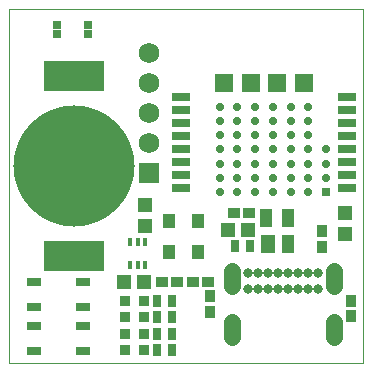
<source format=gts>
G75*
%MOIN*%
%OFA0B0*%
%FSLAX25Y25*%
%IPPOS*%
%LPD*%
%AMOC8*
5,1,8,0,0,1.08239X$1,22.5*
%
%ADD10C,0.00000*%
%ADD11R,0.06306X0.03156*%
%ADD12C,0.02762*%
%ADD13R,0.02762X0.02762*%
%ADD14R,0.06306X0.06306*%
%ADD15R,0.04652X0.04534*%
%ADD16R,0.02565X0.02565*%
%ADD17R,0.04528X0.02953*%
%ADD18R,0.04042X0.03313*%
%ADD19R,0.03313X0.04042*%
%ADD20R,0.04534X0.04652*%
%ADD21R,0.04337X0.06069*%
%ADD22R,0.05124X0.06069*%
%ADD23R,0.03156X0.03943*%
%ADD24R,0.03550X0.03550*%
%ADD25R,0.04337X0.05124*%
%ADD26C,0.40400*%
%ADD27R,0.20400X0.10400*%
%ADD28C,0.05518*%
%ADD29C,0.03156*%
%ADD30R,0.01378X0.02953*%
%ADD31R,0.06900X0.06900*%
%ADD32C,0.06900*%
D10*
X0009674Y0012935D02*
X0009674Y0131046D01*
X0127784Y0131046D01*
X0127784Y0012935D01*
X0009674Y0012935D01*
D11*
X0067154Y0071203D03*
X0067154Y0075534D03*
X0067154Y0079865D03*
X0067154Y0084195D03*
X0067154Y0088526D03*
X0067154Y0092857D03*
X0067154Y0097187D03*
X0067154Y0101518D03*
X0122272Y0101518D03*
X0122272Y0097187D03*
X0122272Y0092857D03*
X0122272Y0088526D03*
X0122272Y0084195D03*
X0122272Y0079865D03*
X0122272Y0075534D03*
X0122272Y0071203D03*
D12*
X0115383Y0074746D03*
X0115383Y0079471D03*
X0115383Y0084195D03*
X0109477Y0084195D03*
X0109477Y0079471D03*
X0109477Y0074746D03*
X0109477Y0070022D03*
X0103572Y0070022D03*
X0103572Y0074746D03*
X0103572Y0079471D03*
X0103572Y0084195D03*
X0103572Y0088920D03*
X0103572Y0093644D03*
X0103572Y0098368D03*
X0109477Y0098368D03*
X0109477Y0093644D03*
X0109477Y0088920D03*
X0097666Y0088920D03*
X0097666Y0093644D03*
X0097666Y0098368D03*
X0091761Y0098368D03*
X0091761Y0093644D03*
X0091761Y0088920D03*
X0091761Y0084195D03*
X0091761Y0079471D03*
X0091761Y0074746D03*
X0091761Y0070022D03*
X0085855Y0070022D03*
X0085855Y0074746D03*
X0085855Y0079471D03*
X0085855Y0084195D03*
X0085855Y0088920D03*
X0085855Y0093644D03*
X0085855Y0098368D03*
X0079950Y0098368D03*
X0079950Y0093644D03*
X0079950Y0088920D03*
X0079950Y0084195D03*
X0079950Y0079471D03*
X0079950Y0074746D03*
X0079950Y0070022D03*
X0097666Y0070022D03*
X0097666Y0074746D03*
X0097666Y0079471D03*
X0097666Y0084195D03*
D13*
X0115383Y0070022D03*
D14*
X0108001Y0106242D03*
X0099143Y0106242D03*
X0090284Y0106242D03*
X0081426Y0106242D03*
D15*
X0054950Y0065593D03*
X0054950Y0058703D03*
X0121879Y0055947D03*
X0121879Y0062837D03*
D16*
X0036090Y0122705D03*
X0036090Y0125658D03*
X0025657Y0125658D03*
X0025657Y0122705D03*
D17*
X0018040Y0040002D03*
X0018040Y0031538D03*
X0018040Y0025435D03*
X0018040Y0016971D03*
X0034379Y0016971D03*
X0034379Y0025435D03*
X0034379Y0031538D03*
X0034379Y0040002D03*
D18*
X0060658Y0040101D03*
X0065776Y0040101D03*
X0070894Y0040101D03*
X0076013Y0040101D03*
X0084674Y0062935D03*
X0089792Y0062935D03*
D19*
X0114005Y0056833D03*
X0114005Y0051715D03*
X0123847Y0033605D03*
X0123847Y0028487D03*
X0076603Y0030061D03*
X0076603Y0035180D03*
D20*
X0082607Y0057424D03*
X0089497Y0057424D03*
X0054851Y0040101D03*
X0047961Y0040101D03*
D21*
X0095304Y0061361D03*
X0102784Y0061361D03*
X0102784Y0052699D03*
D22*
X0096091Y0052699D03*
D23*
X0090186Y0051912D03*
X0085068Y0051912D03*
X0064202Y0033802D03*
X0059083Y0033802D03*
X0059083Y0028290D03*
X0064202Y0028290D03*
X0064202Y0022778D03*
X0059083Y0022778D03*
X0059083Y0017266D03*
X0064202Y0017266D03*
D24*
X0054556Y0017266D03*
X0054556Y0022778D03*
X0054556Y0028290D03*
X0054556Y0033802D03*
X0048257Y0033802D03*
X0048257Y0028290D03*
X0048257Y0022778D03*
X0048257Y0017266D03*
D25*
X0063217Y0049943D03*
X0072666Y0049943D03*
X0072666Y0060180D03*
X0063217Y0060180D03*
D26*
X0031328Y0078683D03*
D27*
X0031328Y0048683D03*
X0031328Y0108683D03*
D28*
X0084075Y0043718D02*
X0084075Y0038600D01*
X0084075Y0026789D02*
X0084075Y0021671D01*
X0118091Y0021671D02*
X0118091Y0026789D01*
X0118091Y0038600D02*
X0118091Y0043718D01*
D29*
X0112795Y0043128D03*
X0109449Y0043128D03*
X0106102Y0043128D03*
X0102756Y0043128D03*
X0099409Y0043128D03*
X0096063Y0043128D03*
X0092717Y0043128D03*
X0089370Y0043128D03*
X0089370Y0037813D03*
X0092717Y0037813D03*
X0096063Y0037813D03*
X0099409Y0037813D03*
X0102756Y0037813D03*
X0106102Y0037813D03*
X0109449Y0037813D03*
X0112795Y0037813D03*
D30*
X0055146Y0045711D03*
X0052587Y0045711D03*
X0050028Y0045711D03*
X0050028Y0053388D03*
X0052587Y0053388D03*
X0055146Y0053388D03*
D31*
X0056524Y0076321D03*
D32*
X0056524Y0086321D03*
X0056524Y0096321D03*
X0056524Y0106321D03*
X0056524Y0116321D03*
M02*

</source>
